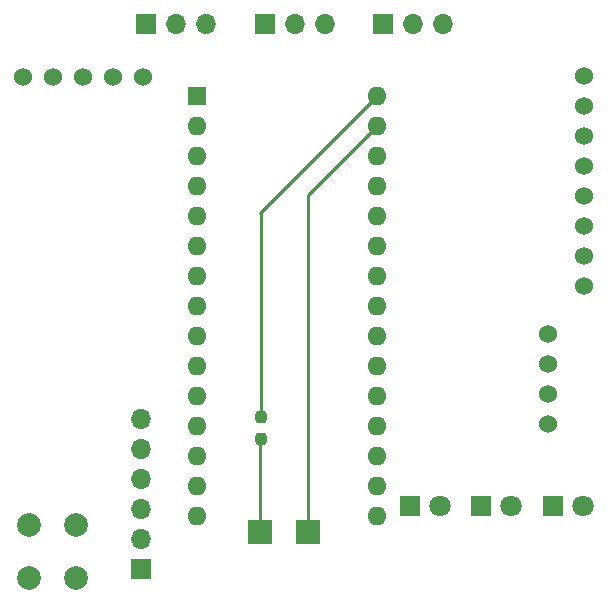
<source format=gbr>
%TF.GenerationSoftware,KiCad,Pcbnew,7.0.1*%
%TF.CreationDate,2023-04-03T23:21:57+02:00*%
%TF.ProjectId,_TS,6054532e-6b69-4636-9164-5f7063625858,rev?*%
%TF.SameCoordinates,Original*%
%TF.FileFunction,Copper,L2,Bot*%
%TF.FilePolarity,Positive*%
%FSLAX46Y46*%
G04 Gerber Fmt 4.6, Leading zero omitted, Abs format (unit mm)*
G04 Created by KiCad (PCBNEW 7.0.1) date 2023-04-03 23:21:57*
%MOMM*%
%LPD*%
G01*
G04 APERTURE LIST*
G04 Aperture macros list*
%AMRoundRect*
0 Rectangle with rounded corners*
0 $1 Rounding radius*
0 $2 $3 $4 $5 $6 $7 $8 $9 X,Y pos of 4 corners*
0 Add a 4 corners polygon primitive as box body*
4,1,4,$2,$3,$4,$5,$6,$7,$8,$9,$2,$3,0*
0 Add four circle primitives for the rounded corners*
1,1,$1+$1,$2,$3*
1,1,$1+$1,$4,$5*
1,1,$1+$1,$6,$7*
1,1,$1+$1,$8,$9*
0 Add four rect primitives between the rounded corners*
20,1,$1+$1,$2,$3,$4,$5,0*
20,1,$1+$1,$4,$5,$6,$7,0*
20,1,$1+$1,$6,$7,$8,$9,0*
20,1,$1+$1,$8,$9,$2,$3,0*%
G04 Aperture macros list end*
%TA.AperFunction,SMDPad,CuDef*%
%ADD10RoundRect,0.237500X0.237500X-0.250000X0.237500X0.250000X-0.237500X0.250000X-0.237500X-0.250000X0*%
%TD*%
%TA.AperFunction,SMDPad,CuDef*%
%ADD11R,2.000000X2.000000*%
%TD*%
%TA.AperFunction,ComponentPad*%
%ADD12C,2.000000*%
%TD*%
%TA.AperFunction,ComponentPad*%
%ADD13C,1.800000*%
%TD*%
%TA.AperFunction,ComponentPad*%
%ADD14R,1.800000X1.800000*%
%TD*%
%TA.AperFunction,ComponentPad*%
%ADD15C,1.524000*%
%TD*%
%TA.AperFunction,ComponentPad*%
%ADD16R,1.600000X1.600000*%
%TD*%
%TA.AperFunction,ComponentPad*%
%ADD17O,1.600000X1.600000*%
%TD*%
%TA.AperFunction,ComponentPad*%
%ADD18R,1.700000X1.700000*%
%TD*%
%TA.AperFunction,ComponentPad*%
%ADD19O,1.700000X1.700000*%
%TD*%
%TA.AperFunction,Conductor*%
%ADD20C,0.250000*%
%TD*%
G04 APERTURE END LIST*
D10*
%TO.P,R1,1*%
%TO.N,Net-(J1-Pin_1)*%
X123130000Y-100460000D03*
%TO.P,R1,2*%
%TO.N,Net-(A1-VIN)*%
X123130000Y-98635000D03*
%TD*%
D11*
%TO.P,J2,1,Pin_1*%
%TO.N,Net-(J2-Pin_1)*%
X127140000Y-108350000D03*
%TD*%
%TO.P,J1,1,Pin_1*%
%TO.N,Net-(J1-Pin_1)*%
X123090000Y-108350000D03*
%TD*%
D12*
%TO.P,U1,2*%
%TO.N,/D6*%
X107500000Y-112250000D03*
X103500000Y-112250000D03*
%TO.P,U1,1*%
%TO.N,/5V*%
X103500000Y-107750000D03*
X107500000Y-107750000D03*
%TD*%
D13*
%TO.P,D3,2,A*%
%TO.N,/D7*%
X150390000Y-106175000D03*
D14*
%TO.P,D3,1,K*%
%TO.N,Earth*%
X147850000Y-106175000D03*
%TD*%
D13*
%TO.P,D2,2,A*%
%TO.N,/D8*%
X144340000Y-106175000D03*
D14*
%TO.P,D2,1,K*%
%TO.N,Earth*%
X141800000Y-106175000D03*
%TD*%
D13*
%TO.P,D1,2,A*%
%TO.N,/D9*%
X138290000Y-106175000D03*
D14*
%TO.P,D1,1,K*%
%TO.N,Earth*%
X135750000Y-106175000D03*
%TD*%
D15*
%TO.P,U6,1,VCC*%
%TO.N,Net-(A1-3V3)*%
X113207000Y-69850000D03*
%TO.P,U6,2,GND*%
%TO.N,GNDREF*%
X110667000Y-69850000D03*
%TO.P,U6,3,RXD*%
%TO.N,/RX*%
X108127000Y-69850000D03*
%TO.P,U6,4,TXD*%
%TO.N,/TX*%
X105587000Y-69850000D03*
%TO.P,U6,5,SET*%
%TO.N,unconnected-(U6-SET-Pad5)*%
X103047000Y-69850000D03*
%TD*%
D16*
%TO.P,A1,1,D1/TX*%
%TO.N,/TX*%
X117697000Y-71484000D03*
D17*
%TO.P,A1,2,D0/RX*%
%TO.N,/RX*%
X117697000Y-74024000D03*
%TO.P,A1,3,~{RESET}*%
%TO.N,unconnected-(A1-~{RESET}-Pad3)*%
X117697000Y-76564000D03*
%TO.P,A1,4,GND*%
%TO.N,Earth*%
X117697000Y-79104000D03*
%TO.P,A1,5,D2*%
%TO.N,/D2*%
X117697000Y-81644000D03*
%TO.P,A1,6,D3*%
%TO.N,/D3*%
X117697000Y-84184000D03*
%TO.P,A1,7,D4*%
%TO.N,/D4*%
X117697000Y-86724000D03*
%TO.P,A1,8,D5*%
%TO.N,unconnected-(A1-D5-Pad8)*%
X117697000Y-89264000D03*
%TO.P,A1,9,D6*%
%TO.N,/D6*%
X117697000Y-91804000D03*
%TO.P,A1,10,D7*%
%TO.N,/D7*%
X117697000Y-94344000D03*
%TO.P,A1,11,D8*%
%TO.N,/D8*%
X117697000Y-96884000D03*
%TO.P,A1,12,D9*%
%TO.N,/D9*%
X117697000Y-99424000D03*
%TO.P,A1,13,D10*%
%TO.N,/D10*%
X117697000Y-101964000D03*
%TO.P,A1,14,D11*%
%TO.N,/D11*%
X117697000Y-104504000D03*
%TO.P,A1,15,D12*%
%TO.N,/D12*%
X117697000Y-107044000D03*
%TO.P,A1,16,D13*%
%TO.N,/D13*%
X132937000Y-107044000D03*
%TO.P,A1,17,3V3*%
%TO.N,Net-(A1-3V3)*%
X132937000Y-104504000D03*
%TO.P,A1,18,AREF*%
%TO.N,unconnected-(A1-AREF-Pad18)*%
X132937000Y-101964000D03*
%TO.P,A1,19,A0*%
%TO.N,unconnected-(A1-A0-Pad19)*%
X132937000Y-99424000D03*
%TO.P,A1,20,A1*%
%TO.N,unconnected-(A1-A1-Pad20)*%
X132937000Y-96884000D03*
%TO.P,A1,21,A2*%
%TO.N,unconnected-(A1-A2-Pad21)*%
X132937000Y-94344000D03*
%TO.P,A1,22,A3*%
%TO.N,unconnected-(A1-A3-Pad22)*%
X132937000Y-91804000D03*
%TO.P,A1,23,A4*%
%TO.N,Net-(A1-A4)*%
X132937000Y-89264000D03*
%TO.P,A1,24,A5*%
%TO.N,Net-(A1-A5)*%
X132937000Y-86724000D03*
%TO.P,A1,25,A6*%
%TO.N,unconnected-(A1-A6-Pad25)*%
X132937000Y-84184000D03*
%TO.P,A1,26,A7*%
%TO.N,unconnected-(A1-A7-Pad26)*%
X132937000Y-81644000D03*
%TO.P,A1,27,+5V*%
%TO.N,/5V*%
X132937000Y-79104000D03*
%TO.P,A1,28,~{RESET}*%
%TO.N,unconnected-(A1-~{RESET}-Pad28)*%
X132937000Y-76564000D03*
%TO.P,A1,29,GND*%
%TO.N,Net-(J2-Pin_1)*%
X132937000Y-74024000D03*
%TO.P,A1,30,VIN*%
%TO.N,Net-(A1-VIN)*%
X132937000Y-71484000D03*
%TD*%
D15*
%TO.P,U4,1,VCC*%
%TO.N,Net-(A1-3V3)*%
X150495000Y-87503000D03*
%TO.P,U4,2,GND*%
%TO.N,GNDREF*%
X150495000Y-84963000D03*
%TO.P,U4,3,SCL*%
%TO.N,Net-(A1-A4)*%
X150495000Y-82423000D03*
%TO.P,U4,4,SDA*%
%TO.N,Net-(A1-A5)*%
X150495000Y-79883000D03*
%TO.P,U4,5,XDA*%
%TO.N,unconnected-(U4-XDA-Pad5)*%
X150495000Y-77343000D03*
%TO.P,U4,6,XCL*%
%TO.N,unconnected-(U4-XCL-Pad6)*%
X150495000Y-74803000D03*
%TO.P,U4,7,ADD*%
%TO.N,unconnected-(U4-ADD-Pad7)*%
X150495000Y-72263000D03*
%TO.P,U4,8,INT*%
%TO.N,unconnected-(U4-INT-Pad8)*%
X150495000Y-69723000D03*
%TD*%
D18*
%TO.P,U3,1,vcc*%
%TO.N,/5V*%
X113000000Y-111540000D03*
D19*
%TO.P,U3,2,gnd*%
%TO.N,Earth*%
X113000000Y-109000000D03*
%TO.P,U3,3,mosi*%
%TO.N,/D11*%
X113000000Y-106460000D03*
%TO.P,U3,4,miso*%
%TO.N,/D12*%
X113000000Y-103920000D03*
%TO.P,U3,5,cs*%
%TO.N,/D10*%
X113000000Y-101380000D03*
%TO.P,U3,6,sck*%
%TO.N,/D13*%
X113000000Y-98840000D03*
%TD*%
D15*
%TO.P,U2,1,SDA*%
%TO.N,Net-(A1-A5)*%
X147447000Y-99187000D03*
%TO.P,U2,2,SCL*%
%TO.N,Net-(A1-A4)*%
X147447000Y-96647000D03*
%TO.P,U2,3,GND*%
%TO.N,GNDREF*%
X147447000Y-94107000D03*
%TO.P,U2,4,VIN*%
%TO.N,Net-(A1-3V3)*%
X147447000Y-91567000D03*
%TD*%
D18*
%TO.P,M3,1,PWM*%
%TO.N,/D3*%
X123475000Y-65375000D03*
D19*
%TO.P,M3,2,+*%
%TO.N,/5V*%
X126015000Y-65375000D03*
%TO.P,M3,3,-*%
%TO.N,Earth*%
X128555000Y-65375000D03*
%TD*%
D18*
%TO.P,M2,1,PWM*%
%TO.N,/D2*%
X113460000Y-65375000D03*
D19*
%TO.P,M2,2,+*%
%TO.N,/5V*%
X116000000Y-65375000D03*
%TO.P,M2,3,-*%
%TO.N,Earth*%
X118540000Y-65375000D03*
%TD*%
D18*
%TO.P,M1,1,PWM*%
%TO.N,/D4*%
X133475000Y-65375000D03*
D19*
%TO.P,M1,2,+*%
%TO.N,/5V*%
X136015000Y-65375000D03*
%TO.P,M1,3,-*%
%TO.N,Earth*%
X138555000Y-65375000D03*
%TD*%
D20*
%TO.N,Net-(A1-VIN)*%
X123130000Y-81291000D02*
X132937000Y-71484000D01*
X123130000Y-98635000D02*
X123130000Y-81291000D01*
%TO.N,Net-(J1-Pin_1)*%
X123090000Y-100500000D02*
X123130000Y-100460000D01*
X123090000Y-108350000D02*
X123090000Y-100500000D01*
%TO.N,Net-(A1-VIN)*%
X123090000Y-81331000D02*
X132937000Y-71484000D01*
%TO.N,Net-(J2-Pin_1)*%
X127140000Y-79821000D02*
X132937000Y-74024000D01*
X127140000Y-108350000D02*
X127140000Y-79821000D01*
%TD*%
M02*

</source>
